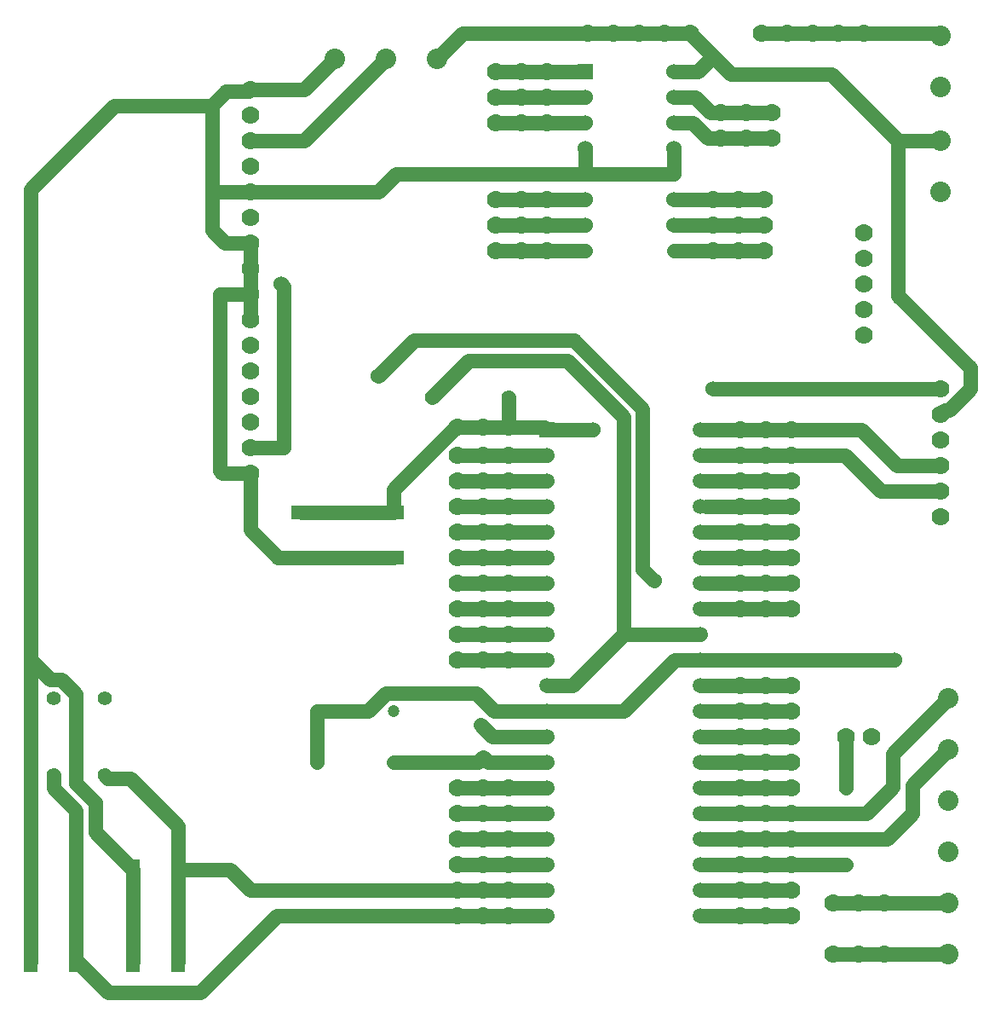
<source format=gtl>
G04*
G04 #@! TF.GenerationSoftware,Altium Limited,Altium Designer,18.1.7 (191)*
G04*
G04 Layer_Physical_Order=1*
G04 Layer_Color=255*
%FSLAX25Y25*%
%MOIN*%
G70*
G01*
G75*
%ADD33R,0.05512X0.08268*%
%ADD34R,0.08268X0.05512*%
%ADD35C,0.05512*%
%ADD36R,0.06000X0.06000*%
%ADD37C,0.06000*%
%ADD38C,0.04921*%
%ADD39C,0.05512*%
%ADD40C,0.07000*%
%ADD41C,0.08000*%
%ADD42C,0.05118*%
%ADD43C,0.04724*%
%ADD44C,0.05906*%
%ADD45R,0.05906X0.05906*%
D33*
X68858Y52913D02*
D03*
Y17087D02*
D03*
X51142D02*
D03*
Y52913D02*
D03*
X28858D02*
D03*
Y17087D02*
D03*
X11142D02*
D03*
Y52913D02*
D03*
D34*
X117087Y192858D02*
D03*
X152913D02*
D03*
Y175142D02*
D03*
X117087D02*
D03*
D35*
X97000Y218000D02*
X110000D01*
Y281000D01*
X109000Y282000D02*
X110000Y281000D01*
X107500Y35000D02*
X178000D01*
X77500Y5000D02*
X107500Y35000D01*
X41339Y5000D02*
X77500D01*
X29252Y17087D02*
X41339Y5000D01*
X28858Y17087D02*
X29252D01*
X97000Y45000D02*
X178000D01*
X89087Y52913D02*
X97000Y45000D01*
X68858Y52913D02*
X89087D01*
X28858Y17087D02*
Y52913D01*
X68858Y17087D02*
Y52913D01*
X51142Y17087D02*
Y52913D01*
X11142Y17087D02*
Y52913D01*
Y135000D02*
Y319142D01*
Y52913D02*
Y135000D01*
X18661Y127480D01*
X23098D01*
X28858Y121721D01*
Y86721D02*
Y121721D01*
Y86721D02*
X36339Y79240D01*
Y67716D02*
Y79240D01*
Y67716D02*
X51142Y52913D01*
X11142Y319142D02*
X43847Y351847D01*
X82000D01*
X68858Y52913D02*
Y70000D01*
X50000Y88858D02*
X68858Y70000D01*
X28858Y52913D02*
Y76142D01*
X20000Y85000D02*
X28858Y76142D01*
X20000Y85000D02*
Y90000D01*
X41142Y88858D02*
X50000D01*
X40000Y90000D02*
X41142Y88858D01*
X97000Y186000D02*
Y208000D01*
X170000Y370000D02*
X180000Y380000D01*
X229000D01*
X118000Y338000D02*
X150000Y370000D01*
X97000Y338000D02*
X118000D01*
Y358000D02*
X130000Y370000D01*
X97000Y358000D02*
X118000D01*
X97000Y318000D02*
X147000D01*
X154000Y325000D01*
X213000Y365000D02*
X228000D01*
X203000D02*
X213000D01*
X193000D02*
X203000D01*
X350500Y277500D02*
Y338000D01*
Y277500D02*
X378631Y249369D01*
Y241000D02*
Y249369D01*
X370407Y232776D02*
X378631Y241000D01*
X368776Y232776D02*
X370407D01*
X367000Y231000D02*
X368776Y232776D01*
X366000Y380000D02*
X367000Y379000D01*
X337000Y380000D02*
X366000D01*
X350500Y338000D02*
X367000D01*
X324500Y364000D02*
X350500Y338000D01*
X278000Y241000D02*
X367000D01*
X350000Y211000D02*
X367000D01*
X336000Y225000D02*
X350000Y211000D01*
X308698Y225000D02*
X336000D01*
X343579Y201000D02*
X367000D01*
X329579Y215000D02*
X343579Y201000D01*
X85000Y209000D02*
Y278000D01*
Y209000D02*
X86000Y208000D01*
X97000D01*
X330000Y85000D02*
Y105000D01*
X97000Y186000D02*
X107858Y175142D01*
X117087D01*
X152913D01*
X117087Y192858D02*
X152913D01*
Y201544D01*
X177369Y226000D01*
X178000D01*
X273000Y135000D02*
X349000D01*
X308698Y215000D02*
X329579D01*
X213000Y225000D02*
X231000D01*
X221000Y252000D02*
X243000Y230000D01*
X182480Y252000D02*
X221000D01*
X168189Y237709D02*
X182480Y252000D01*
X250480Y170520D02*
X255000Y166000D01*
X250480Y170520D02*
Y233098D01*
X223579Y260000D02*
X250480Y233098D01*
X161000Y260000D02*
X223579D01*
X147000Y246000D02*
X161000Y260000D01*
X85000Y278000D02*
X97000D01*
X82000Y318000D02*
Y351847D01*
Y303000D02*
Y318000D01*
X97000D01*
X96256Y357256D02*
X97000Y358000D01*
X87409Y357256D02*
X96256D01*
X82000Y351847D02*
X87409Y357256D01*
X82000Y303000D02*
X87000Y298000D01*
X97000D01*
Y288000D02*
Y298000D01*
Y278000D02*
Y288000D01*
Y268000D02*
Y278000D01*
X154000Y325000D02*
X228000D01*
X308698Y55000D02*
X330000D01*
X308698Y75000D02*
X338000D01*
X348520Y85520D01*
Y98520D01*
X370000Y120000D01*
X308698Y65000D02*
X346000D01*
X356000Y75000D01*
Y86000D01*
X370000Y100000D01*
X228000Y325000D02*
X262646D01*
X278000Y371000D02*
X285000Y364000D01*
X269000Y380000D02*
X278000Y371000D01*
X272000Y365000D02*
X278000Y371000D01*
X262646Y365000D02*
X272000D01*
X259000Y380000D02*
X269000D01*
X249000D02*
X259000D01*
X239000D02*
X249000D01*
X229000D02*
X239000D01*
X285000Y364000D02*
X324500D01*
X327000Y380000D02*
X337000D01*
X317000D02*
X327000D01*
X307000D02*
X317000D01*
X297000D02*
X307000D01*
X262646Y355000D02*
X271000D01*
X277000Y349000D01*
X281000D01*
X291000D02*
X301000D01*
X281000D02*
X291000D01*
X262646Y345000D02*
X270000D01*
X276000Y339000D01*
X281000D01*
X291000D02*
X301000D01*
X281000D02*
X291000D01*
X288000Y315000D02*
X298000D01*
X278000D02*
X288000D01*
X262646D02*
X278000D01*
X288000Y305000D02*
X298000D01*
X278000D02*
X288000D01*
X262646D02*
X278000D01*
X288000Y295000D02*
X298000D01*
X278000D02*
X288000D01*
X262646D02*
X278000D01*
X213000D02*
X228000D01*
X203000D02*
X213000D01*
X193000D02*
X203000D01*
X213000Y305000D02*
X228000D01*
X203000D02*
X213000D01*
X193000D02*
X203000D01*
X213000Y315000D02*
X228000D01*
X203000D02*
X213000D01*
X193000D02*
X203000D01*
X213000Y345000D02*
X228000D01*
X203000D02*
X213000D01*
X193000D02*
X203000D01*
X213000Y355000D02*
X228000D01*
X203000D02*
X213000D01*
X193000D02*
X203000D01*
X262646Y325000D02*
Y335000D01*
X228000Y325000D02*
Y335000D01*
X345000Y20000D02*
X370000D01*
X335000D02*
X345000D01*
X325000D02*
X335000D01*
X345000Y40000D02*
X370000D01*
X335000D02*
X345000D01*
X325000D02*
X335000D01*
X298698Y225000D02*
X308698D01*
X288698D02*
X298698D01*
X273000D02*
X288698D01*
X298698Y215000D02*
X308698D01*
X288698D02*
X298698D01*
X273000D02*
X288698D01*
X298698Y205000D02*
X308698D01*
X288698D02*
X298698D01*
X273000D02*
X288698D01*
X298698Y195000D02*
X308698D01*
X288698D02*
X298698D01*
X275323D02*
X288698D01*
X298698Y185000D02*
X308698D01*
X288698D02*
X298698D01*
X273000D02*
X288698D01*
X298698Y175000D02*
X308698D01*
X288698D02*
X298698D01*
X273000D02*
X288698D01*
X298698Y165000D02*
X308698D01*
X288698D02*
X298698D01*
X273000D02*
X288698D01*
X298698Y155000D02*
X308698D01*
X288698D02*
X298698D01*
X273000D02*
X288698D01*
X298698Y35000D02*
X308698D01*
X288698D02*
X298698D01*
X273000D02*
X288698D01*
X298698Y45000D02*
X308698D01*
X288698D02*
X298698D01*
X273000D02*
X288698D01*
X298698Y55000D02*
X308698D01*
X288698D02*
X298698D01*
X273000D02*
X288698D01*
X298698Y65000D02*
X308698D01*
X288698D02*
X298698D01*
X273000D02*
X288698D01*
X298698Y75000D02*
X308698D01*
X288698D02*
X298698D01*
X273000D02*
X288698D01*
X298698Y85000D02*
X308698D01*
X288698D02*
X298698D01*
X273000D02*
X288698D01*
X298698Y95000D02*
X308698D01*
X288698D02*
X298698D01*
X273000D02*
X288698D01*
X298698Y105000D02*
X308698D01*
X288698D02*
X298698D01*
X273000D02*
X288698D01*
X298698Y115000D02*
X308698D01*
X288698D02*
X298698D01*
X273000D02*
X288698D01*
X298698Y125000D02*
X308698D01*
X288698D02*
X298698D01*
X273000D02*
X288698D01*
X198000Y35000D02*
X213000D01*
X188000D02*
X198000D01*
X178000D02*
X188000D01*
X198000Y45000D02*
X213000D01*
X188000D02*
X198000D01*
X178000D02*
X188000D01*
X198000Y55000D02*
X213000D01*
X188000D02*
X198000D01*
X178000D02*
X188000D01*
X198000Y65000D02*
X213000D01*
X188000D02*
X198000D01*
X178000D02*
X188000D01*
X198000Y75000D02*
X213000D01*
X188000D02*
X198000D01*
X178000D02*
X188000D01*
X198000Y85000D02*
X213000D01*
X188000D02*
X198000D01*
X178000D02*
X188000D01*
X198000Y135000D02*
X213000D01*
X188000D02*
X198000D01*
X178000D02*
X188000D01*
X198000Y145000D02*
X213000D01*
X188000D02*
X198000D01*
X178000D02*
X188000D01*
X198000Y155000D02*
X213000D01*
X188000D02*
X198000D01*
X178000D02*
X188000D01*
X198000Y165000D02*
X213000D01*
X188000D02*
X198000D01*
X178000D02*
X188000D01*
X198000Y175000D02*
X213000D01*
X188000D02*
X198000D01*
X178000D02*
X188000D01*
X198000Y185000D02*
X213000D01*
X188000D02*
X198000D01*
X178000D02*
X188000D01*
X198000Y195000D02*
X213000D01*
X188000D02*
X198000D01*
X178000D02*
X188000D01*
X198000Y205000D02*
X213000D01*
X188000D02*
X198000D01*
X178000D02*
X188000D01*
X198000Y215000D02*
X213000D01*
X188000D02*
X198000D01*
X178000D02*
X188000D01*
X243000Y145000D02*
Y230000D01*
X212000Y226000D02*
X213000Y225000D01*
X198000Y226000D02*
X212000D01*
X178000D02*
X188000D01*
X198000D01*
X198189Y226189D01*
Y237709D01*
X187113Y109711D02*
X191824Y105000D01*
X192403Y115000D02*
X213000D01*
X185316Y122087D02*
X192403Y115000D01*
X150065Y122087D02*
X185316D01*
X191824Y105000D02*
X213000D01*
X189898Y95000D02*
X213000D01*
X188000Y96898D02*
X189898Y95000D01*
X186102D02*
X188000Y96898D01*
X153000Y95000D02*
X186102D01*
X123000Y115000D02*
X142978D01*
X150065Y122087D01*
X243000Y145000D02*
X273000D01*
X223000Y125000D02*
X243000Y145000D01*
X213000Y125000D02*
X223000D01*
X263000Y135000D02*
X273000D01*
X243000Y115000D02*
X263000Y135000D01*
X213000Y115000D02*
X243000D01*
X123000Y95000D02*
Y115000D01*
X198000Y237520D02*
X198189Y237709D01*
D36*
X228000Y365000D02*
D03*
D37*
Y355000D02*
D03*
Y345000D02*
D03*
Y335000D02*
D03*
Y325000D02*
D03*
Y315000D02*
D03*
Y305000D02*
D03*
X262646D02*
D03*
Y315000D02*
D03*
Y325000D02*
D03*
Y335000D02*
D03*
Y345000D02*
D03*
Y355000D02*
D03*
Y365000D02*
D03*
X109000Y282000D02*
D03*
X349000Y135000D02*
D03*
X278000Y241000D02*
D03*
X231000Y225000D02*
D03*
X255000Y166000D02*
D03*
X147000Y246000D02*
D03*
D38*
X228000Y295000D02*
D03*
X262646D02*
D03*
D39*
X40000Y90000D02*
D03*
Y120000D02*
D03*
X20000D02*
D03*
Y90000D02*
D03*
X330000Y85000D02*
D03*
Y55000D02*
D03*
X198189Y237709D02*
D03*
X168189D02*
D03*
D40*
X193000Y365000D02*
D03*
X203000D02*
D03*
X213000D02*
D03*
X337000Y302000D02*
D03*
Y292000D02*
D03*
Y282000D02*
D03*
Y272000D02*
D03*
Y262000D02*
D03*
X97000Y338000D02*
D03*
Y208000D02*
D03*
Y218000D02*
D03*
Y228000D02*
D03*
Y238000D02*
D03*
Y248000D02*
D03*
Y258000D02*
D03*
Y268000D02*
D03*
Y278000D02*
D03*
Y288000D02*
D03*
Y298000D02*
D03*
Y308000D02*
D03*
Y318000D02*
D03*
Y328000D02*
D03*
Y348000D02*
D03*
Y358000D02*
D03*
X213000Y355000D02*
D03*
X203000D02*
D03*
X193000D02*
D03*
X213000Y345000D02*
D03*
X203000D02*
D03*
X193000D02*
D03*
X213000Y315000D02*
D03*
X203000D02*
D03*
X193000D02*
D03*
X213000Y305000D02*
D03*
X203000D02*
D03*
X193000D02*
D03*
X213000Y295000D02*
D03*
X203000D02*
D03*
X193000D02*
D03*
X301000Y349000D02*
D03*
X291000D02*
D03*
X281000D02*
D03*
X301000Y339000D02*
D03*
X291000D02*
D03*
X281000D02*
D03*
X298000Y315000D02*
D03*
X288000D02*
D03*
X278000D02*
D03*
X298000Y305000D02*
D03*
X288000D02*
D03*
X278000D02*
D03*
X298000Y295000D02*
D03*
X288000D02*
D03*
X278000D02*
D03*
X330000Y105000D02*
D03*
X340000D02*
D03*
X297000Y380000D02*
D03*
X307000D02*
D03*
X317000D02*
D03*
X327000D02*
D03*
X337000D02*
D03*
X229000D02*
D03*
X239000D02*
D03*
X249000D02*
D03*
X259000D02*
D03*
X269000D02*
D03*
X345000Y20000D02*
D03*
X335000D02*
D03*
X325000D02*
D03*
X345000Y40000D02*
D03*
X335000D02*
D03*
X325000D02*
D03*
X367000Y201000D02*
D03*
Y211000D02*
D03*
Y221000D02*
D03*
Y231000D02*
D03*
Y241000D02*
D03*
Y191000D02*
D03*
X198000Y226000D02*
D03*
X188000D02*
D03*
X178000D02*
D03*
X288698Y215000D02*
D03*
X298698D02*
D03*
X308698D02*
D03*
X288698Y225000D02*
D03*
X298698D02*
D03*
X308698D02*
D03*
X178000Y75000D02*
D03*
X188000D02*
D03*
X198000D02*
D03*
X178000Y205000D02*
D03*
X188000D02*
D03*
X198000D02*
D03*
X178000Y45000D02*
D03*
X188000D02*
D03*
X198000D02*
D03*
X178000Y65000D02*
D03*
X188000D02*
D03*
X198000D02*
D03*
X178000Y195000D02*
D03*
X188000D02*
D03*
X198000D02*
D03*
X178000Y35000D02*
D03*
X188000D02*
D03*
X198000D02*
D03*
X178000Y55000D02*
D03*
X188000D02*
D03*
X198000D02*
D03*
X178000Y185000D02*
D03*
X188000D02*
D03*
X198000D02*
D03*
X288698Y35000D02*
D03*
X298698D02*
D03*
X308698D02*
D03*
X288698Y55000D02*
D03*
X298698D02*
D03*
X308698D02*
D03*
X178000Y175000D02*
D03*
X188000D02*
D03*
X198000D02*
D03*
X288698Y45000D02*
D03*
X298698D02*
D03*
X308698D02*
D03*
X288698Y65000D02*
D03*
X298698D02*
D03*
X308698D02*
D03*
X178000Y165000D02*
D03*
X188000D02*
D03*
X198000D02*
D03*
X288698Y95000D02*
D03*
X298698D02*
D03*
X308698D02*
D03*
X288698Y75000D02*
D03*
X298698D02*
D03*
X308698D02*
D03*
X288698Y155000D02*
D03*
X298698D02*
D03*
X308698D02*
D03*
X288698Y105000D02*
D03*
X298698D02*
D03*
X308698D02*
D03*
X288698Y85000D02*
D03*
X298698D02*
D03*
X308698D02*
D03*
X288698Y165000D02*
D03*
X298698D02*
D03*
X308698D02*
D03*
X288698Y115000D02*
D03*
X298698D02*
D03*
X308698D02*
D03*
X288698Y175000D02*
D03*
X298698D02*
D03*
X308698D02*
D03*
X288698Y125000D02*
D03*
X298698D02*
D03*
X308698D02*
D03*
X288698Y185000D02*
D03*
X298698D02*
D03*
X308698D02*
D03*
X178000Y155000D02*
D03*
X188000D02*
D03*
X198000D02*
D03*
X288698Y195000D02*
D03*
X298698D02*
D03*
X308698D02*
D03*
X178000Y145000D02*
D03*
X188000D02*
D03*
X198000D02*
D03*
X288698Y205000D02*
D03*
X298698D02*
D03*
X308698D02*
D03*
X178000Y135000D02*
D03*
X188000D02*
D03*
X198000D02*
D03*
X178000Y85000D02*
D03*
X188000D02*
D03*
X198000D02*
D03*
X178000Y215000D02*
D03*
X188000D02*
D03*
X198000D02*
D03*
D41*
X170000Y370000D02*
D03*
X150000D02*
D03*
X130000D02*
D03*
X370000Y120000D02*
D03*
Y100000D02*
D03*
Y80000D02*
D03*
Y60000D02*
D03*
Y40000D02*
D03*
Y20000D02*
D03*
X367000Y318000D02*
D03*
Y338000D02*
D03*
Y359000D02*
D03*
Y379000D02*
D03*
D42*
X188000Y109102D02*
D03*
Y96898D02*
D03*
D43*
X153000Y95000D02*
D03*
X123000D02*
D03*
X153000Y115000D02*
D03*
X123000D02*
D03*
D44*
X273000Y35000D02*
D03*
Y45000D02*
D03*
Y55000D02*
D03*
Y65000D02*
D03*
Y75000D02*
D03*
Y85000D02*
D03*
Y95000D02*
D03*
Y105000D02*
D03*
Y115000D02*
D03*
Y125000D02*
D03*
Y135000D02*
D03*
Y145000D02*
D03*
Y155000D02*
D03*
Y165000D02*
D03*
Y175000D02*
D03*
Y185000D02*
D03*
Y195000D02*
D03*
Y205000D02*
D03*
Y215000D02*
D03*
Y225000D02*
D03*
X213000Y35000D02*
D03*
Y45000D02*
D03*
Y55000D02*
D03*
Y65000D02*
D03*
Y75000D02*
D03*
Y85000D02*
D03*
Y95000D02*
D03*
Y105000D02*
D03*
Y115000D02*
D03*
Y125000D02*
D03*
Y135000D02*
D03*
Y145000D02*
D03*
Y155000D02*
D03*
Y165000D02*
D03*
Y175000D02*
D03*
Y185000D02*
D03*
Y195000D02*
D03*
Y205000D02*
D03*
Y215000D02*
D03*
D45*
Y225000D02*
D03*
M02*

</source>
